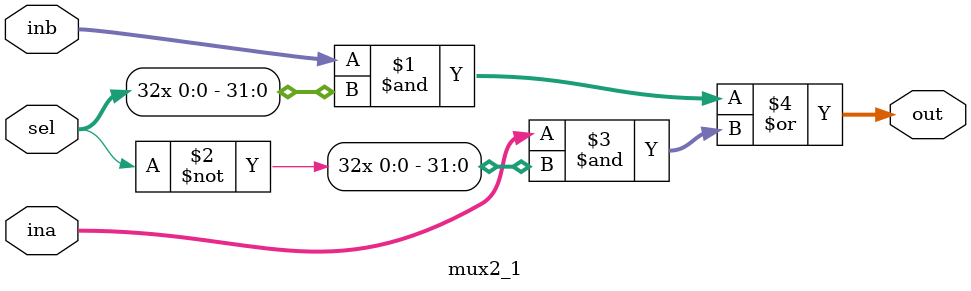
<source format=v>
`timescale 1ns / 1ps


module mux2_1(
    input [31:0] ina, inb,
    input sel,
    output [31:0] out
    );
    
    assign out = (inb & {32{sel}}) | (ina & {32{~sel}});
endmodule

</source>
